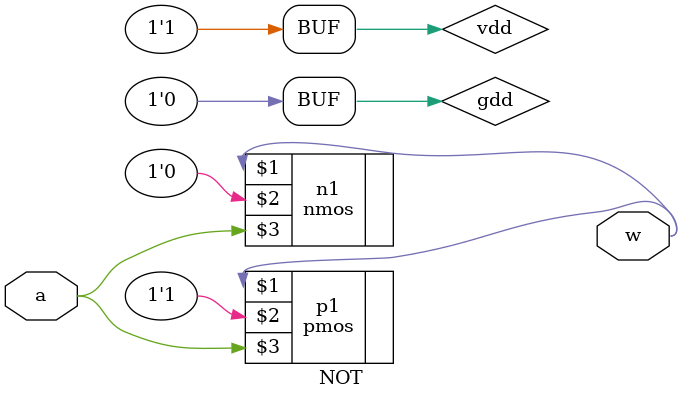
<source format=v>
module NOT(input a, output w);
    supply1 vdd;
    supply0 gdd;
    pmos #(5,6,7) p1(w, vdd, a);
    nmos #(3,4,5) n1(w, gdd, a);
endmodule
</source>
